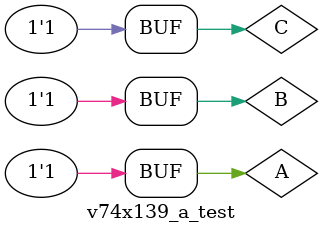
<source format=v>
`timescale 1ns / 1ps


module v74x139_a_test;

	// Inputs
	reg A;
	reg B;
	reg C;

	// Outputs
	wire [3:0] Y1;
	wire [3:0] Y2;

	// Instantiate the Unit Under Test (UUT)
	v74x139_a uut (
		.A(A),
		.B(B),
		.C(C),
		.Y1(Y1),
		.Y2(Y2)
	);

	initial begin
		// 000
		A = 0;
		B = 0;
		C = 0;
		
		#100;
        
		// 001
		A = 1;
		B = 0;
		C = 0;
		
		#100;
		
		// 010
		A = 0;
		B = 1;
		C = 0;
		
		#100;
		
		// 011
		A = 1;
		B = 1;
		C = 0;
		
		#100;
		
		// 100
		A = 0;
		B = 0;
		C = 1;
		
		#100;
        
		// 101
		A = 1;
		B = 0;
		C = 1;
		
		#100;
		
		// 110
		A = 0;
		B = 1;
		C = 1;
		
		#100;
		
		// 111
		A = 1;
		B = 1;
		C = 1;
		
		#100;



	end
      
endmodule


</source>
